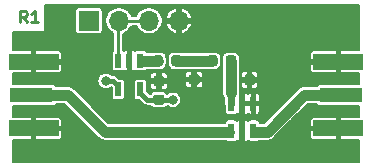
<source format=gtl>
G04 #@! TF.GenerationSoftware,KiCad,Pcbnew,5.1.6-c6e7f7d~86~ubuntu18.04.1*
G04 #@! TF.CreationDate,2020-07-08T19:00:52-04:00*
G04 #@! TF.ProjectId,rf-detector,72662d64-6574-4656-9374-6f722e6b6963,rev?*
G04 #@! TF.SameCoordinates,Original*
G04 #@! TF.FileFunction,Copper,L1,Top*
G04 #@! TF.FilePolarity,Positive*
%FSLAX46Y46*%
G04 Gerber Fmt 4.6, Leading zero omitted, Abs format (unit mm)*
G04 Created by KiCad (PCBNEW 5.1.6-c6e7f7d~86~ubuntu18.04.1) date 2020-07-08 19:00:52*
%MOMM*%
%LPD*%
G01*
G04 APERTURE LIST*
G04 #@! TA.AperFunction,NonConductor*
%ADD10C,0.250000*%
G04 #@! TD*
G04 #@! TA.AperFunction,SMDPad,CuDef*
%ADD11R,0.508000X1.219200*%
G04 #@! TD*
G04 #@! TA.AperFunction,ComponentPad*
%ADD12R,1.700000X1.700000*%
G04 #@! TD*
G04 #@! TA.AperFunction,ComponentPad*
%ADD13O,1.700000X1.700000*%
G04 #@! TD*
G04 #@! TA.AperFunction,SMDPad,CuDef*
%ADD14R,0.508000X1.270000*%
G04 #@! TD*
G04 #@! TA.AperFunction,SMDPad,CuDef*
%ADD15R,4.200000X1.350000*%
G04 #@! TD*
G04 #@! TA.AperFunction,SMDPad,CuDef*
%ADD16R,3.600000X1.270000*%
G04 #@! TD*
G04 #@! TA.AperFunction,ViaPad*
%ADD17C,0.800000*%
G04 #@! TD*
G04 #@! TA.AperFunction,Conductor*
%ADD18C,0.904000*%
G04 #@! TD*
G04 #@! TA.AperFunction,Conductor*
%ADD19C,0.400000*%
G04 #@! TD*
G04 #@! TA.AperFunction,Conductor*
%ADD20C,0.250000*%
G04 #@! TD*
G04 #@! TA.AperFunction,Conductor*
%ADD21C,0.600000*%
G04 #@! TD*
G04 #@! TA.AperFunction,Conductor*
%ADD22C,0.200000*%
G04 #@! TD*
G04 APERTURE END LIST*
D10*
X98533333Y-88852380D02*
X98200000Y-88376190D01*
X97961904Y-88852380D02*
X97961904Y-87852380D01*
X98342857Y-87852380D01*
X98438095Y-87900000D01*
X98485714Y-87947619D01*
X98533333Y-88042857D01*
X98533333Y-88185714D01*
X98485714Y-88280952D01*
X98438095Y-88328571D01*
X98342857Y-88376190D01*
X97961904Y-88376190D01*
X99485714Y-88852380D02*
X98914285Y-88852380D01*
X99200000Y-88852380D02*
X99200000Y-87852380D01*
X99104761Y-87995238D01*
X99009523Y-88090476D01*
X98914285Y-88138095D01*
G04 #@! TO.P,C2,1*
G04 #@! TO.N,GND*
G04 #@! TA.AperFunction,SMDPad,CuDef*
G36*
G01*
X109443750Y-93375000D02*
X109956250Y-93375000D01*
G75*
G02*
X110175000Y-93593750I0J-218750D01*
G01*
X110175000Y-94031250D01*
G75*
G02*
X109956250Y-94250000I-218750J0D01*
G01*
X109443750Y-94250000D01*
G75*
G02*
X109225000Y-94031250I0J218750D01*
G01*
X109225000Y-93593750D01*
G75*
G02*
X109443750Y-93375000I218750J0D01*
G01*
G37*
G04 #@! TD.AperFunction*
G04 #@! TO.P,C2,2*
G04 #@! TO.N,ENABLE*
G04 #@! TA.AperFunction,SMDPad,CuDef*
G36*
G01*
X109443750Y-94950000D02*
X109956250Y-94950000D01*
G75*
G02*
X110175000Y-95168750I0J-218750D01*
G01*
X110175000Y-95606250D01*
G75*
G02*
X109956250Y-95825000I-218750J0D01*
G01*
X109443750Y-95825000D01*
G75*
G02*
X109225000Y-95606250I0J218750D01*
G01*
X109225000Y-95168750D01*
G75*
G02*
X109443750Y-94950000I218750J0D01*
G01*
G37*
G04 #@! TD.AperFunction*
G04 #@! TD*
D11*
G04 #@! TO.P,U2,1*
G04 #@! TO.N,Net-(C1-Pad1)*
X108139800Y-92080800D03*
G04 #@! TO.P,U2,2*
G04 #@! TO.N,GND*
X107200000Y-92080800D03*
G04 #@! TO.P,U2,3*
G04 #@! TO.N,ENABLE*
X106260200Y-92080800D03*
G04 #@! TO.P,U2,4*
G04 #@! TO.N,RF_POW*
X106260200Y-94519200D03*
G04 #@! TO.P,U2,5*
G04 #@! TO.N,ENABLE*
X108139800Y-94519200D03*
G04 #@! TD*
D12*
G04 #@! TO.P,J3,1*
G04 #@! TO.N,RF_POW*
X103780000Y-88710000D03*
D13*
G04 #@! TO.P,J3,2*
G04 #@! TO.N,ENABLE*
X106320000Y-88710000D03*
G04 #@! TO.P,J3,3*
X108860000Y-88710000D03*
G04 #@! TO.P,J3,4*
G04 #@! TO.N,GND*
X111400000Y-88710000D03*
G04 #@! TD*
G04 #@! TO.P,C1,1*
G04 #@! TO.N,Net-(C1-Pad1)*
G04 #@! TA.AperFunction,SMDPad,CuDef*
G36*
G01*
X109175000Y-92356250D02*
X109175000Y-91843750D01*
G75*
G02*
X109393750Y-91625000I218750J0D01*
G01*
X109831250Y-91625000D01*
G75*
G02*
X110050000Y-91843750I0J-218750D01*
G01*
X110050000Y-92356250D01*
G75*
G02*
X109831250Y-92575000I-218750J0D01*
G01*
X109393750Y-92575000D01*
G75*
G02*
X109175000Y-92356250I0J218750D01*
G01*
G37*
G04 #@! TD.AperFunction*
G04 #@! TO.P,C1,2*
G04 #@! TO.N,Net-(C1-Pad2)*
G04 #@! TA.AperFunction,SMDPad,CuDef*
G36*
G01*
X110750000Y-92356250D02*
X110750000Y-91843750D01*
G75*
G02*
X110968750Y-91625000I218750J0D01*
G01*
X111406250Y-91625000D01*
G75*
G02*
X111625000Y-91843750I0J-218750D01*
G01*
X111625000Y-92356250D01*
G75*
G02*
X111406250Y-92575000I-218750J0D01*
G01*
X110968750Y-92575000D01*
G75*
G02*
X110750000Y-92356250I0J218750D01*
G01*
G37*
G04 #@! TD.AperFunction*
G04 #@! TD*
G04 #@! TO.P,R1,1*
G04 #@! TO.N,Net-(R1-Pad1)*
G04 #@! TA.AperFunction,SMDPad,CuDef*
G36*
G01*
X115375000Y-93956250D02*
X115375000Y-93443750D01*
G75*
G02*
X115593750Y-93225000I218750J0D01*
G01*
X116031250Y-93225000D01*
G75*
G02*
X116250000Y-93443750I0J-218750D01*
G01*
X116250000Y-93956250D01*
G75*
G02*
X116031250Y-94175000I-218750J0D01*
G01*
X115593750Y-94175000D01*
G75*
G02*
X115375000Y-93956250I0J218750D01*
G01*
G37*
G04 #@! TD.AperFunction*
G04 #@! TO.P,R1,2*
G04 #@! TO.N,GND*
G04 #@! TA.AperFunction,SMDPad,CuDef*
G36*
G01*
X116950000Y-93956250D02*
X116950000Y-93443750D01*
G75*
G02*
X117168750Y-93225000I218750J0D01*
G01*
X117606250Y-93225000D01*
G75*
G02*
X117825000Y-93443750I0J-218750D01*
G01*
X117825000Y-93956250D01*
G75*
G02*
X117606250Y-94175000I-218750J0D01*
G01*
X117168750Y-94175000D01*
G75*
G02*
X116950000Y-93956250I0J218750D01*
G01*
G37*
G04 #@! TD.AperFunction*
G04 #@! TD*
G04 #@! TO.P,R3,1*
G04 #@! TO.N,Net-(C1-Pad2)*
G04 #@! TA.AperFunction,SMDPad,CuDef*
G36*
G01*
X113795000Y-92356250D02*
X113795000Y-91843750D01*
G75*
G02*
X114013750Y-91625000I218750J0D01*
G01*
X114451250Y-91625000D01*
G75*
G02*
X114670000Y-91843750I0J-218750D01*
G01*
X114670000Y-92356250D01*
G75*
G02*
X114451250Y-92575000I-218750J0D01*
G01*
X114013750Y-92575000D01*
G75*
G02*
X113795000Y-92356250I0J218750D01*
G01*
G37*
G04 #@! TD.AperFunction*
G04 #@! TO.P,R3,2*
G04 #@! TO.N,Net-(R1-Pad1)*
G04 #@! TA.AperFunction,SMDPad,CuDef*
G36*
G01*
X115370000Y-92356250D02*
X115370000Y-91843750D01*
G75*
G02*
X115588750Y-91625000I218750J0D01*
G01*
X116026250Y-91625000D01*
G75*
G02*
X116245000Y-91843750I0J-218750D01*
G01*
X116245000Y-92356250D01*
G75*
G02*
X116026250Y-92575000I-218750J0D01*
G01*
X115588750Y-92575000D01*
G75*
G02*
X115370000Y-92356250I0J218750D01*
G01*
G37*
G04 #@! TD.AperFunction*
G04 #@! TD*
G04 #@! TO.P,R4,2*
G04 #@! TO.N,Net-(C1-Pad2)*
G04 #@! TA.AperFunction,SMDPad,CuDef*
G36*
G01*
X112956250Y-92550000D02*
X112443750Y-92550000D01*
G75*
G02*
X112225000Y-92331250I0J218750D01*
G01*
X112225000Y-91893750D01*
G75*
G02*
X112443750Y-91675000I218750J0D01*
G01*
X112956250Y-91675000D01*
G75*
G02*
X113175000Y-91893750I0J-218750D01*
G01*
X113175000Y-92331250D01*
G75*
G02*
X112956250Y-92550000I-218750J0D01*
G01*
G37*
G04 #@! TD.AperFunction*
G04 #@! TO.P,R4,1*
G04 #@! TO.N,GND*
G04 #@! TA.AperFunction,SMDPad,CuDef*
G36*
G01*
X112956250Y-94125000D02*
X112443750Y-94125000D01*
G75*
G02*
X112225000Y-93906250I0J218750D01*
G01*
X112225000Y-93468750D01*
G75*
G02*
X112443750Y-93250000I218750J0D01*
G01*
X112956250Y-93250000D01*
G75*
G02*
X113175000Y-93468750I0J-218750D01*
G01*
X113175000Y-93906250D01*
G75*
G02*
X112956250Y-94125000I-218750J0D01*
G01*
G37*
G04 #@! TD.AperFunction*
G04 #@! TD*
D14*
G04 #@! TO.P,U1,5*
G04 #@! TO.N,GND*
X116760200Y-98000000D03*
G04 #@! TO.P,U1,4*
G04 #@! TO.N,Net-(J1-Pad1)*
X115820400Y-98000000D03*
G04 #@! TO.P,U1,6*
G04 #@! TO.N,Net-(J2-Pad1)*
X117700000Y-98000000D03*
G04 #@! TO.P,U1,1*
G04 #@! TO.N,GND*
X117700000Y-95714000D03*
G04 #@! TO.P,U1,2*
X116760200Y-95714000D03*
G04 #@! TO.P,U1,3*
G04 #@! TO.N,Net-(R1-Pad1)*
X115820400Y-95714000D03*
G04 #@! TD*
D15*
G04 #@! TO.P,J1,2*
G04 #@! TO.N,GND*
X99100000Y-92175000D03*
X99100000Y-97825000D03*
D16*
G04 #@! TO.P,J1,1*
G04 #@! TO.N,Net-(J1-Pad1)*
X98900000Y-95000000D03*
G04 #@! TD*
G04 #@! TO.P,J2,1*
G04 #@! TO.N,Net-(J2-Pad1)*
X125100000Y-95000000D03*
D15*
G04 #@! TO.P,J2,2*
G04 #@! TO.N,GND*
X124900000Y-92175000D03*
X124900000Y-97825000D03*
G04 #@! TD*
D17*
G04 #@! TO.N,GND*
X116750000Y-96850000D03*
X114950000Y-97000000D03*
X118700000Y-96800000D03*
X118710000Y-93720000D03*
X117370000Y-92330000D03*
X114510000Y-93410000D03*
X114500000Y-94680000D03*
X112730000Y-95000000D03*
X111320000Y-93610000D03*
X99100000Y-90700000D03*
X102000000Y-92100000D03*
X99100000Y-93590000D03*
X99190000Y-96400000D03*
X102300000Y-96800000D03*
X99140000Y-99270000D03*
X124890000Y-90550000D03*
X121930000Y-92090000D03*
X124900000Y-93600000D03*
X124890000Y-96380000D03*
X122100000Y-97800000D03*
X124850000Y-99200000D03*
X123510000Y-96430000D03*
X122100000Y-96400000D03*
X120500000Y-98000000D03*
X119500000Y-99000000D03*
X118330000Y-99200000D03*
X123540000Y-93610000D03*
X122000000Y-93900000D03*
X120800000Y-94700000D03*
X119800000Y-95700000D03*
X116770000Y-99300000D03*
X115200000Y-99200000D03*
X113910000Y-99200000D03*
X112550000Y-99200000D03*
X111160000Y-99200000D03*
X109600000Y-99200000D03*
X108040000Y-99200000D03*
X106430000Y-99200000D03*
X105050000Y-99200000D03*
X104100000Y-98600000D03*
X103200000Y-97700000D03*
X101400000Y-96100000D03*
X101400000Y-93900000D03*
X102600000Y-94100000D03*
X103500000Y-95000000D03*
X104300000Y-95800000D03*
X105200000Y-96700000D03*
X106600000Y-97000000D03*
X108200000Y-97000000D03*
X109740000Y-97000000D03*
X111480000Y-97000000D03*
X113250000Y-97000000D03*
X100570000Y-99280000D03*
X101920000Y-98940000D03*
X100400000Y-90700000D03*
X101600000Y-90900000D03*
X126110000Y-90520000D03*
X122300000Y-90700000D03*
X123590000Y-90550000D03*
X122200000Y-99000000D03*
X123400000Y-99200000D03*
X126100000Y-99200000D03*
X126110000Y-96390000D03*
X126110000Y-93590000D03*
X97870000Y-93620000D03*
X97840000Y-96390000D03*
X97930000Y-99310000D03*
X100290000Y-96360000D03*
X100260000Y-93590000D03*
X97900000Y-90700000D03*
X108160000Y-90760000D03*
X110410000Y-90780000D03*
X111750000Y-90760000D03*
X112990000Y-90760000D03*
X114340000Y-90810000D03*
X115460000Y-90800000D03*
X116710000Y-91040000D03*
X107190000Y-90780000D03*
X107200000Y-93500000D03*
X102000000Y-97800000D03*
X121300000Y-97200000D03*
X126200000Y-87900000D03*
X119500000Y-91100000D03*
X123300000Y-88700000D03*
X119400000Y-88100000D03*
X113900000Y-88200000D03*
X118200000Y-89000000D03*
X101500000Y-87800000D03*
X105000000Y-90700000D03*
X121000000Y-99900000D03*
X103200000Y-99800000D03*
G04 #@! TO.N,RF_POW*
X105200000Y-93800000D03*
G04 #@! TO.N,ENABLE*
X110900000Y-95400000D03*
G04 #@! TD*
D18*
G04 #@! TO.N,Net-(C1-Pad1)*
X109612500Y-92100000D02*
X108400000Y-92100000D01*
G04 #@! TO.N,Net-(C1-Pad2)*
X112712500Y-92100000D02*
X112700000Y-92112500D01*
X114232500Y-92100000D02*
X112712500Y-92100000D01*
X112687500Y-92100000D02*
X112700000Y-92112500D01*
X111187500Y-92100000D02*
X112687500Y-92100000D01*
G04 #@! TO.N,Net-(J1-Pad1)*
X115600000Y-98100000D02*
X105100000Y-98100000D01*
X105100000Y-98100000D02*
X102000000Y-95000000D01*
X102000000Y-95000000D02*
X98900000Y-95000000D01*
G04 #@! TO.N,Net-(J2-Pad1)*
X118900000Y-98100000D02*
X118000000Y-98100000D01*
X122000000Y-95000000D02*
X125100000Y-95000000D01*
X118900000Y-98100000D02*
X122000000Y-95000000D01*
D19*
G04 #@! TO.N,RF_POW*
X105200000Y-93800000D02*
X105800000Y-93800000D01*
X106260200Y-94260200D02*
X106260200Y-94519200D01*
X105800000Y-93800000D02*
X106260200Y-94260200D01*
G04 #@! TO.N,ENABLE*
X108139800Y-94519200D02*
X108139800Y-94819800D01*
X108707500Y-95387500D02*
X109700000Y-95387500D01*
X108139800Y-94819800D02*
X108707500Y-95387500D01*
D20*
X106260200Y-88769800D02*
X106320000Y-88710000D01*
X106260200Y-92080800D02*
X106260200Y-88769800D01*
X106320000Y-88710000D02*
X108860000Y-88710000D01*
D19*
X109712500Y-95400000D02*
X109700000Y-95387500D01*
X110900000Y-95400000D02*
X109712500Y-95400000D01*
D18*
G04 #@! TO.N,Net-(R1-Pad1)*
X115807500Y-93695000D02*
X115812500Y-93700000D01*
X115807500Y-92100000D02*
X115807500Y-93695000D01*
D21*
X115820400Y-95714000D02*
X115820400Y-94820400D01*
D18*
X115820400Y-93707900D02*
X115812500Y-93700000D01*
X115820400Y-94820400D02*
X115820400Y-93707900D01*
G04 #@! TD*
D22*
G04 #@! TO.N,GND*
G36*
X126650000Y-91198820D02*
G01*
X125129000Y-91200000D01*
X125054000Y-91275000D01*
X125054000Y-92021000D01*
X125074000Y-92021000D01*
X125074000Y-92329000D01*
X125054000Y-92329000D01*
X125054000Y-93075000D01*
X125129000Y-93150000D01*
X126650000Y-93151180D01*
X126650001Y-94063549D01*
X123300000Y-94063549D01*
X123241190Y-94069341D01*
X123184640Y-94086496D01*
X123132523Y-94114353D01*
X123086842Y-94151842D01*
X123049353Y-94197523D01*
X123022373Y-94248000D01*
X122036935Y-94248000D01*
X121999999Y-94244362D01*
X121963064Y-94248000D01*
X121963062Y-94248000D01*
X121852582Y-94258881D01*
X121717034Y-94300000D01*
X121710830Y-94301882D01*
X121580189Y-94371710D01*
X121514466Y-94425648D01*
X121465683Y-94465683D01*
X121442137Y-94494374D01*
X118588512Y-97348000D01*
X118253777Y-97348000D01*
X118249659Y-97306190D01*
X118232504Y-97249640D01*
X118204647Y-97197523D01*
X118167158Y-97151842D01*
X118121477Y-97114353D01*
X118069360Y-97086496D01*
X118012810Y-97069341D01*
X117954000Y-97063549D01*
X117446000Y-97063549D01*
X117387190Y-97069341D01*
X117330640Y-97086496D01*
X117278523Y-97114353D01*
X117232842Y-97151842D01*
X117230101Y-97155182D01*
X117227359Y-97151841D01*
X117181678Y-97114352D01*
X117129561Y-97086495D01*
X117073010Y-97069340D01*
X117014200Y-97063548D01*
X116989200Y-97065000D01*
X116914200Y-97140000D01*
X116914200Y-97846000D01*
X116934200Y-97846000D01*
X116934200Y-98154000D01*
X116914200Y-98154000D01*
X116914200Y-98860000D01*
X116989200Y-98935000D01*
X117014200Y-98936452D01*
X117073010Y-98930660D01*
X117129561Y-98913505D01*
X117181678Y-98885648D01*
X117227359Y-98848159D01*
X117230101Y-98844818D01*
X117232842Y-98848158D01*
X117278523Y-98885647D01*
X117330640Y-98913504D01*
X117387190Y-98930659D01*
X117446000Y-98936451D01*
X117954000Y-98936451D01*
X118012810Y-98930659D01*
X118069360Y-98913504D01*
X118121477Y-98885647D01*
X118162476Y-98852000D01*
X118863065Y-98852000D01*
X118900000Y-98855638D01*
X118936935Y-98852000D01*
X118936938Y-98852000D01*
X119047418Y-98841119D01*
X119189170Y-98798118D01*
X119319810Y-98728290D01*
X119434317Y-98634317D01*
X119457867Y-98605621D01*
X119563488Y-98500000D01*
X122498548Y-98500000D01*
X122504340Y-98558810D01*
X122521495Y-98615361D01*
X122549352Y-98667478D01*
X122586841Y-98713159D01*
X122632522Y-98750648D01*
X122684639Y-98778505D01*
X122741190Y-98795660D01*
X122800000Y-98801452D01*
X124671000Y-98800000D01*
X124746000Y-98725000D01*
X124746000Y-97979000D01*
X122575000Y-97979000D01*
X122500000Y-98054000D01*
X122498548Y-98500000D01*
X119563488Y-98500000D01*
X120913488Y-97150000D01*
X122498548Y-97150000D01*
X122500000Y-97596000D01*
X122575000Y-97671000D01*
X124746000Y-97671000D01*
X124746000Y-96925000D01*
X124671000Y-96850000D01*
X122800000Y-96848548D01*
X122741190Y-96854340D01*
X122684639Y-96871495D01*
X122632522Y-96899352D01*
X122586841Y-96936841D01*
X122549352Y-96982522D01*
X122521495Y-97034639D01*
X122504340Y-97091190D01*
X122498548Y-97150000D01*
X120913488Y-97150000D01*
X122311489Y-95752000D01*
X123022373Y-95752000D01*
X123049353Y-95802477D01*
X123086842Y-95848158D01*
X123132523Y-95885647D01*
X123184640Y-95913504D01*
X123241190Y-95930659D01*
X123300000Y-95936451D01*
X126650001Y-95936451D01*
X126650001Y-96848820D01*
X125129000Y-96850000D01*
X125054000Y-96925000D01*
X125054000Y-97671000D01*
X125074000Y-97671000D01*
X125074000Y-97979000D01*
X125054000Y-97979000D01*
X125054000Y-98725000D01*
X125129000Y-98800000D01*
X126650001Y-98801180D01*
X126650001Y-100650000D01*
X97350000Y-100650000D01*
X97350000Y-98801180D01*
X98871000Y-98800000D01*
X98946000Y-98725000D01*
X98946000Y-97979000D01*
X99254000Y-97979000D01*
X99254000Y-98725000D01*
X99329000Y-98800000D01*
X101200000Y-98801452D01*
X101258810Y-98795660D01*
X101315361Y-98778505D01*
X101367478Y-98750648D01*
X101413159Y-98713159D01*
X101450648Y-98667478D01*
X101478505Y-98615361D01*
X101495660Y-98558810D01*
X101501452Y-98500000D01*
X101500000Y-98054000D01*
X101425000Y-97979000D01*
X99254000Y-97979000D01*
X98946000Y-97979000D01*
X98926000Y-97979000D01*
X98926000Y-97671000D01*
X98946000Y-97671000D01*
X98946000Y-96925000D01*
X99254000Y-96925000D01*
X99254000Y-97671000D01*
X101425000Y-97671000D01*
X101500000Y-97596000D01*
X101501452Y-97150000D01*
X101495660Y-97091190D01*
X101478505Y-97034639D01*
X101450648Y-96982522D01*
X101413159Y-96936841D01*
X101367478Y-96899352D01*
X101315361Y-96871495D01*
X101258810Y-96854340D01*
X101200000Y-96848548D01*
X99329000Y-96850000D01*
X99254000Y-96925000D01*
X98946000Y-96925000D01*
X98871000Y-96850000D01*
X97350000Y-96848820D01*
X97350000Y-95936451D01*
X100700000Y-95936451D01*
X100758810Y-95930659D01*
X100815360Y-95913504D01*
X100867477Y-95885647D01*
X100913158Y-95848158D01*
X100950647Y-95802477D01*
X100977627Y-95752000D01*
X101688512Y-95752000D01*
X104542137Y-98605626D01*
X104565683Y-98634317D01*
X104594374Y-98657863D01*
X104680189Y-98728290D01*
X104721480Y-98750360D01*
X104810830Y-98798118D01*
X104952582Y-98841119D01*
X105063062Y-98852000D01*
X105063064Y-98852000D01*
X105099999Y-98855638D01*
X105136935Y-98852000D01*
X115357924Y-98852000D01*
X115398923Y-98885647D01*
X115451040Y-98913504D01*
X115507590Y-98930659D01*
X115566400Y-98936451D01*
X116074400Y-98936451D01*
X116133210Y-98930659D01*
X116189760Y-98913504D01*
X116241877Y-98885647D01*
X116287558Y-98848158D01*
X116290299Y-98844818D01*
X116293041Y-98848159D01*
X116338722Y-98885648D01*
X116390839Y-98913505D01*
X116447390Y-98930660D01*
X116506200Y-98936452D01*
X116531200Y-98935000D01*
X116606200Y-98860000D01*
X116606200Y-98154000D01*
X116586200Y-98154000D01*
X116586200Y-97846000D01*
X116606200Y-97846000D01*
X116606200Y-97140000D01*
X116531200Y-97065000D01*
X116506200Y-97063548D01*
X116447390Y-97069340D01*
X116390839Y-97086495D01*
X116338722Y-97114352D01*
X116293041Y-97151841D01*
X116290299Y-97155182D01*
X116287558Y-97151842D01*
X116241877Y-97114353D01*
X116189760Y-97086496D01*
X116133210Y-97069341D01*
X116074400Y-97063549D01*
X115566400Y-97063549D01*
X115507590Y-97069341D01*
X115451040Y-97086496D01*
X115398923Y-97114353D01*
X115353242Y-97151842D01*
X115315753Y-97197523D01*
X115287896Y-97249640D01*
X115270741Y-97306190D01*
X115266623Y-97348000D01*
X105411489Y-97348000D01*
X102557867Y-94494379D01*
X102534317Y-94465683D01*
X102419810Y-94371710D01*
X102289170Y-94301882D01*
X102147418Y-94258881D01*
X102036938Y-94248000D01*
X102036935Y-94248000D01*
X102000000Y-94244362D01*
X101963065Y-94248000D01*
X100977627Y-94248000D01*
X100950647Y-94197523D01*
X100913158Y-94151842D01*
X100867477Y-94114353D01*
X100815360Y-94086496D01*
X100758810Y-94069341D01*
X100700000Y-94063549D01*
X97350000Y-94063549D01*
X97350000Y-93731056D01*
X104500000Y-93731056D01*
X104500000Y-93868944D01*
X104526901Y-94004182D01*
X104579668Y-94131574D01*
X104656274Y-94246224D01*
X104753776Y-94343726D01*
X104868426Y-94420332D01*
X104995818Y-94473099D01*
X105131056Y-94500000D01*
X105268944Y-94500000D01*
X105404182Y-94473099D01*
X105531574Y-94420332D01*
X105640467Y-94347573D01*
X105704749Y-94411855D01*
X105704749Y-95128800D01*
X105710541Y-95187610D01*
X105727696Y-95244160D01*
X105755553Y-95296277D01*
X105793042Y-95341958D01*
X105838723Y-95379447D01*
X105890840Y-95407304D01*
X105947390Y-95424459D01*
X106006200Y-95430251D01*
X106514200Y-95430251D01*
X106573010Y-95424459D01*
X106629560Y-95407304D01*
X106681677Y-95379447D01*
X106727358Y-95341958D01*
X106764847Y-95296277D01*
X106792704Y-95244160D01*
X106809859Y-95187610D01*
X106815651Y-95128800D01*
X106815651Y-93909600D01*
X107584349Y-93909600D01*
X107584349Y-95128800D01*
X107590141Y-95187610D01*
X107607296Y-95244160D01*
X107635153Y-95296277D01*
X107672642Y-95341958D01*
X107718323Y-95379447D01*
X107770440Y-95407304D01*
X107826990Y-95424459D01*
X107885800Y-95430251D01*
X108043146Y-95430251D01*
X108336575Y-95723681D01*
X108352236Y-95742764D01*
X108428371Y-95805246D01*
X108515233Y-95851675D01*
X108556441Y-95864175D01*
X108609482Y-95880265D01*
X108707499Y-95889919D01*
X108732059Y-95887500D01*
X109007072Y-95887500D01*
X109011219Y-95895258D01*
X109075912Y-95974088D01*
X109154742Y-96038781D01*
X109244678Y-96086853D01*
X109342264Y-96116455D01*
X109443750Y-96126451D01*
X109956250Y-96126451D01*
X110057736Y-96116455D01*
X110155322Y-96086853D01*
X110245258Y-96038781D01*
X110324088Y-95974088D01*
X110384889Y-95900000D01*
X110410050Y-95900000D01*
X110453776Y-95943726D01*
X110568426Y-96020332D01*
X110695818Y-96073099D01*
X110831056Y-96100000D01*
X110968944Y-96100000D01*
X111104182Y-96073099D01*
X111231574Y-96020332D01*
X111346224Y-95943726D01*
X111443726Y-95846224D01*
X111520332Y-95731574D01*
X111573099Y-95604182D01*
X111600000Y-95468944D01*
X111600000Y-95331056D01*
X111573099Y-95195818D01*
X111520332Y-95068426D01*
X111443726Y-94953776D01*
X111346224Y-94856274D01*
X111231574Y-94779668D01*
X111104182Y-94726901D01*
X110968944Y-94700000D01*
X110831056Y-94700000D01*
X110695818Y-94726901D01*
X110568426Y-94779668D01*
X110453776Y-94856274D01*
X110410050Y-94900000D01*
X110399609Y-94900000D01*
X110388781Y-94879742D01*
X110324088Y-94800912D01*
X110245258Y-94736219D01*
X110155322Y-94688147D01*
X110057736Y-94658545D01*
X109956250Y-94648549D01*
X109443750Y-94648549D01*
X109342264Y-94658545D01*
X109244678Y-94688147D01*
X109154742Y-94736219D01*
X109075912Y-94800912D01*
X109011219Y-94879742D01*
X109007072Y-94887500D01*
X108914606Y-94887500D01*
X108695251Y-94668146D01*
X108695251Y-94250000D01*
X108923548Y-94250000D01*
X108929340Y-94308810D01*
X108946495Y-94365361D01*
X108974352Y-94417478D01*
X109011841Y-94463159D01*
X109057522Y-94500648D01*
X109109639Y-94528505D01*
X109166190Y-94545660D01*
X109225000Y-94551452D01*
X109471000Y-94550000D01*
X109546000Y-94475000D01*
X109546000Y-93966500D01*
X109854000Y-93966500D01*
X109854000Y-94475000D01*
X109929000Y-94550000D01*
X110175000Y-94551452D01*
X110233810Y-94545660D01*
X110290361Y-94528505D01*
X110342478Y-94500648D01*
X110388159Y-94463159D01*
X110425648Y-94417478D01*
X110453505Y-94365361D01*
X110470660Y-94308810D01*
X110476452Y-94250000D01*
X110475582Y-94125000D01*
X111923548Y-94125000D01*
X111929340Y-94183810D01*
X111946495Y-94240361D01*
X111974352Y-94292478D01*
X112011841Y-94338159D01*
X112057522Y-94375648D01*
X112109639Y-94403505D01*
X112166190Y-94420660D01*
X112225000Y-94426452D01*
X112471000Y-94425000D01*
X112546000Y-94350000D01*
X112546000Y-93841500D01*
X112854000Y-93841500D01*
X112854000Y-94350000D01*
X112929000Y-94425000D01*
X113175000Y-94426452D01*
X113233810Y-94420660D01*
X113290361Y-94403505D01*
X113342478Y-94375648D01*
X113388159Y-94338159D01*
X113425648Y-94292478D01*
X113453505Y-94240361D01*
X113470660Y-94183810D01*
X113476452Y-94125000D01*
X113475000Y-93916500D01*
X113400000Y-93841500D01*
X112854000Y-93841500D01*
X112546000Y-93841500D01*
X112000000Y-93841500D01*
X111925000Y-93916500D01*
X111923548Y-94125000D01*
X110475582Y-94125000D01*
X110475000Y-94041500D01*
X110400000Y-93966500D01*
X109854000Y-93966500D01*
X109546000Y-93966500D01*
X109000000Y-93966500D01*
X108925000Y-94041500D01*
X108923548Y-94250000D01*
X108695251Y-94250000D01*
X108695251Y-93909600D01*
X108689459Y-93850790D01*
X108672304Y-93794240D01*
X108644447Y-93742123D01*
X108606958Y-93696442D01*
X108605201Y-93695000D01*
X115051862Y-93695000D01*
X115058046Y-93757781D01*
X115066382Y-93842418D01*
X115068401Y-93849073D01*
X115068400Y-94857337D01*
X115079281Y-94967817D01*
X115122282Y-95109569D01*
X115192110Y-95240209D01*
X115220400Y-95274681D01*
X115220400Y-95743473D01*
X115229082Y-95831620D01*
X115263390Y-95944720D01*
X115264949Y-95947637D01*
X115264949Y-96349000D01*
X115270741Y-96407810D01*
X115287896Y-96464360D01*
X115315753Y-96516477D01*
X115353242Y-96562158D01*
X115398923Y-96599647D01*
X115451040Y-96627504D01*
X115507590Y-96644659D01*
X115566400Y-96650451D01*
X116074400Y-96650451D01*
X116133210Y-96644659D01*
X116189760Y-96627504D01*
X116241877Y-96599647D01*
X116287558Y-96562158D01*
X116290299Y-96558818D01*
X116293041Y-96562159D01*
X116338722Y-96599648D01*
X116390839Y-96627505D01*
X116447390Y-96644660D01*
X116506200Y-96650452D01*
X116531200Y-96649000D01*
X116606200Y-96574000D01*
X116606200Y-95868000D01*
X116914200Y-95868000D01*
X116914200Y-96574000D01*
X116989200Y-96649000D01*
X117014200Y-96650452D01*
X117073010Y-96644660D01*
X117129561Y-96627505D01*
X117181678Y-96599648D01*
X117227359Y-96562159D01*
X117230100Y-96558819D01*
X117232841Y-96562159D01*
X117278522Y-96599648D01*
X117330639Y-96627505D01*
X117387190Y-96644660D01*
X117446000Y-96650452D01*
X117471000Y-96649000D01*
X117546000Y-96574000D01*
X117546000Y-95868000D01*
X117854000Y-95868000D01*
X117854000Y-96574000D01*
X117929000Y-96649000D01*
X117954000Y-96650452D01*
X118012810Y-96644660D01*
X118069361Y-96627505D01*
X118121478Y-96599648D01*
X118167159Y-96562159D01*
X118204648Y-96516478D01*
X118232505Y-96464361D01*
X118249660Y-96407810D01*
X118255452Y-96349000D01*
X118254000Y-95943000D01*
X118179000Y-95868000D01*
X117854000Y-95868000D01*
X117546000Y-95868000D01*
X116914200Y-95868000D01*
X116606200Y-95868000D01*
X116586200Y-95868000D01*
X116586200Y-95560000D01*
X116606200Y-95560000D01*
X116606200Y-94854000D01*
X116914200Y-94854000D01*
X116914200Y-95560000D01*
X117546000Y-95560000D01*
X117546000Y-94854000D01*
X117854000Y-94854000D01*
X117854000Y-95560000D01*
X118179000Y-95560000D01*
X118254000Y-95485000D01*
X118255452Y-95079000D01*
X118249660Y-95020190D01*
X118232505Y-94963639D01*
X118204648Y-94911522D01*
X118167159Y-94865841D01*
X118121478Y-94828352D01*
X118069361Y-94800495D01*
X118012810Y-94783340D01*
X117954000Y-94777548D01*
X117929000Y-94779000D01*
X117854000Y-94854000D01*
X117546000Y-94854000D01*
X117471000Y-94779000D01*
X117446000Y-94777548D01*
X117387190Y-94783340D01*
X117330639Y-94800495D01*
X117278522Y-94828352D01*
X117232841Y-94865841D01*
X117230100Y-94869181D01*
X117227359Y-94865841D01*
X117181678Y-94828352D01*
X117129561Y-94800495D01*
X117073010Y-94783340D01*
X117014200Y-94777548D01*
X116989200Y-94779000D01*
X116914200Y-94854000D01*
X116606200Y-94854000D01*
X116572400Y-94820200D01*
X116572400Y-94175000D01*
X116648548Y-94175000D01*
X116654340Y-94233810D01*
X116671495Y-94290361D01*
X116699352Y-94342478D01*
X116736841Y-94388159D01*
X116782522Y-94425648D01*
X116834639Y-94453505D01*
X116891190Y-94470660D01*
X116950000Y-94476452D01*
X117158500Y-94475000D01*
X117233500Y-94400000D01*
X117233500Y-93854000D01*
X117541500Y-93854000D01*
X117541500Y-94400000D01*
X117616500Y-94475000D01*
X117825000Y-94476452D01*
X117883810Y-94470660D01*
X117940361Y-94453505D01*
X117992478Y-94425648D01*
X118038159Y-94388159D01*
X118075648Y-94342478D01*
X118103505Y-94290361D01*
X118120660Y-94233810D01*
X118126452Y-94175000D01*
X118125000Y-93929000D01*
X118050000Y-93854000D01*
X117541500Y-93854000D01*
X117233500Y-93854000D01*
X116725000Y-93854000D01*
X116650000Y-93929000D01*
X116648548Y-94175000D01*
X116572400Y-94175000D01*
X116572400Y-93744835D01*
X116576038Y-93707899D01*
X116571217Y-93658953D01*
X116561519Y-93560482D01*
X116559500Y-93553826D01*
X116559500Y-93225000D01*
X116648548Y-93225000D01*
X116650000Y-93471000D01*
X116725000Y-93546000D01*
X117233500Y-93546000D01*
X117233500Y-93000000D01*
X117541500Y-93000000D01*
X117541500Y-93546000D01*
X118050000Y-93546000D01*
X118125000Y-93471000D01*
X118126452Y-93225000D01*
X118120660Y-93166190D01*
X118103505Y-93109639D01*
X118075648Y-93057522D01*
X118038159Y-93011841D01*
X117992478Y-92974352D01*
X117940361Y-92946495D01*
X117883810Y-92929340D01*
X117825000Y-92923548D01*
X117616500Y-92925000D01*
X117541500Y-93000000D01*
X117233500Y-93000000D01*
X117158500Y-92925000D01*
X116950000Y-92923548D01*
X116891190Y-92929340D01*
X116834639Y-92946495D01*
X116782522Y-92974352D01*
X116736841Y-93011841D01*
X116699352Y-93057522D01*
X116671495Y-93109639D01*
X116654340Y-93166190D01*
X116648548Y-93225000D01*
X116559500Y-93225000D01*
X116559500Y-92850000D01*
X122498548Y-92850000D01*
X122504340Y-92908810D01*
X122521495Y-92965361D01*
X122549352Y-93017478D01*
X122586841Y-93063159D01*
X122632522Y-93100648D01*
X122684639Y-93128505D01*
X122741190Y-93145660D01*
X122800000Y-93151452D01*
X124671000Y-93150000D01*
X124746000Y-93075000D01*
X124746000Y-92329000D01*
X122575000Y-92329000D01*
X122500000Y-92404000D01*
X122498548Y-92850000D01*
X116559500Y-92850000D01*
X116559500Y-92063062D01*
X116548619Y-91952582D01*
X116546451Y-91945435D01*
X116546451Y-91843750D01*
X116536455Y-91742264D01*
X116506853Y-91644678D01*
X116458781Y-91554742D01*
X116413857Y-91500000D01*
X122498548Y-91500000D01*
X122500000Y-91946000D01*
X122575000Y-92021000D01*
X124746000Y-92021000D01*
X124746000Y-91275000D01*
X124671000Y-91200000D01*
X122800000Y-91198548D01*
X122741190Y-91204340D01*
X122684639Y-91221495D01*
X122632522Y-91249352D01*
X122586841Y-91286841D01*
X122549352Y-91332522D01*
X122521495Y-91384639D01*
X122504340Y-91441190D01*
X122498548Y-91500000D01*
X116413857Y-91500000D01*
X116394088Y-91475912D01*
X116315258Y-91411219D01*
X116225322Y-91363147D01*
X116127736Y-91333545D01*
X116026250Y-91323549D01*
X115588750Y-91323549D01*
X115487264Y-91333545D01*
X115389678Y-91363147D01*
X115299742Y-91411219D01*
X115220912Y-91475912D01*
X115156219Y-91554742D01*
X115108147Y-91644678D01*
X115078545Y-91742264D01*
X115068549Y-91843750D01*
X115068549Y-91945436D01*
X115066381Y-91952583D01*
X115055500Y-92063063D01*
X115055501Y-93658055D01*
X115051862Y-93695000D01*
X108605201Y-93695000D01*
X108561277Y-93658953D01*
X108509160Y-93631096D01*
X108452610Y-93613941D01*
X108393800Y-93608149D01*
X107885800Y-93608149D01*
X107826990Y-93613941D01*
X107770440Y-93631096D01*
X107718323Y-93658953D01*
X107672642Y-93696442D01*
X107635153Y-93742123D01*
X107607296Y-93794240D01*
X107590141Y-93850790D01*
X107584349Y-93909600D01*
X106815651Y-93909600D01*
X106809859Y-93850790D01*
X106792704Y-93794240D01*
X106764847Y-93742123D01*
X106727358Y-93696442D01*
X106681677Y-93658953D01*
X106629560Y-93631096D01*
X106573010Y-93613941D01*
X106514200Y-93608149D01*
X106315254Y-93608149D01*
X106170929Y-93463824D01*
X106155264Y-93444736D01*
X106079129Y-93382254D01*
X106065558Y-93375000D01*
X108923548Y-93375000D01*
X108925000Y-93583500D01*
X109000000Y-93658500D01*
X109546000Y-93658500D01*
X109546000Y-93150000D01*
X109854000Y-93150000D01*
X109854000Y-93658500D01*
X110400000Y-93658500D01*
X110475000Y-93583500D01*
X110476452Y-93375000D01*
X110470660Y-93316190D01*
X110453505Y-93259639D01*
X110448353Y-93250000D01*
X111923548Y-93250000D01*
X111925000Y-93458500D01*
X112000000Y-93533500D01*
X112546000Y-93533500D01*
X112546000Y-93025000D01*
X112854000Y-93025000D01*
X112854000Y-93533500D01*
X113400000Y-93533500D01*
X113475000Y-93458500D01*
X113476452Y-93250000D01*
X113470660Y-93191190D01*
X113453505Y-93134639D01*
X113425648Y-93082522D01*
X113388159Y-93036841D01*
X113342478Y-92999352D01*
X113290361Y-92971495D01*
X113233810Y-92954340D01*
X113175000Y-92948548D01*
X112929000Y-92950000D01*
X112854000Y-93025000D01*
X112546000Y-93025000D01*
X112471000Y-92950000D01*
X112225000Y-92948548D01*
X112166190Y-92954340D01*
X112109639Y-92971495D01*
X112057522Y-92999352D01*
X112011841Y-93036841D01*
X111974352Y-93082522D01*
X111946495Y-93134639D01*
X111929340Y-93191190D01*
X111923548Y-93250000D01*
X110448353Y-93250000D01*
X110425648Y-93207522D01*
X110388159Y-93161841D01*
X110342478Y-93124352D01*
X110290361Y-93096495D01*
X110233810Y-93079340D01*
X110175000Y-93073548D01*
X109929000Y-93075000D01*
X109854000Y-93150000D01*
X109546000Y-93150000D01*
X109471000Y-93075000D01*
X109225000Y-93073548D01*
X109166190Y-93079340D01*
X109109639Y-93096495D01*
X109057522Y-93124352D01*
X109011841Y-93161841D01*
X108974352Y-93207522D01*
X108946495Y-93259639D01*
X108929340Y-93316190D01*
X108923548Y-93375000D01*
X106065558Y-93375000D01*
X105992267Y-93335825D01*
X105898017Y-93307235D01*
X105824560Y-93300000D01*
X105800000Y-93297581D01*
X105775440Y-93300000D01*
X105689950Y-93300000D01*
X105646224Y-93256274D01*
X105531574Y-93179668D01*
X105404182Y-93126901D01*
X105268944Y-93100000D01*
X105131056Y-93100000D01*
X104995818Y-93126901D01*
X104868426Y-93179668D01*
X104753776Y-93256274D01*
X104656274Y-93353776D01*
X104579668Y-93468426D01*
X104526901Y-93595818D01*
X104500000Y-93731056D01*
X97350000Y-93731056D01*
X97350000Y-93151180D01*
X98871000Y-93150000D01*
X98946000Y-93075000D01*
X98946000Y-92329000D01*
X99254000Y-92329000D01*
X99254000Y-93075000D01*
X99329000Y-93150000D01*
X101200000Y-93151452D01*
X101258810Y-93145660D01*
X101315361Y-93128505D01*
X101367478Y-93100648D01*
X101413159Y-93063159D01*
X101450648Y-93017478D01*
X101478505Y-92965361D01*
X101495660Y-92908810D01*
X101501452Y-92850000D01*
X101500000Y-92404000D01*
X101425000Y-92329000D01*
X99254000Y-92329000D01*
X98946000Y-92329000D01*
X98926000Y-92329000D01*
X98926000Y-92021000D01*
X98946000Y-92021000D01*
X98946000Y-91275000D01*
X99254000Y-91275000D01*
X99254000Y-92021000D01*
X101425000Y-92021000D01*
X101500000Y-91946000D01*
X101501452Y-91500000D01*
X101495660Y-91441190D01*
X101478505Y-91384639D01*
X101450648Y-91332522D01*
X101413159Y-91286841D01*
X101367478Y-91249352D01*
X101315361Y-91221495D01*
X101258810Y-91204340D01*
X101200000Y-91198548D01*
X99329000Y-91200000D01*
X99254000Y-91275000D01*
X98946000Y-91275000D01*
X98871000Y-91200000D01*
X97350000Y-91198820D01*
X97350000Y-89667500D01*
X100101191Y-89667500D01*
X100101191Y-87860000D01*
X102628549Y-87860000D01*
X102628549Y-89560000D01*
X102634341Y-89618810D01*
X102651496Y-89675360D01*
X102679353Y-89727477D01*
X102716842Y-89773158D01*
X102762523Y-89810647D01*
X102814640Y-89838504D01*
X102871190Y-89855659D01*
X102930000Y-89861451D01*
X104630000Y-89861451D01*
X104688810Y-89855659D01*
X104745360Y-89838504D01*
X104797477Y-89810647D01*
X104843158Y-89773158D01*
X104880647Y-89727477D01*
X104908504Y-89675360D01*
X104925659Y-89618810D01*
X104931451Y-89560000D01*
X104931451Y-88596735D01*
X105170000Y-88596735D01*
X105170000Y-88823265D01*
X105214194Y-89045443D01*
X105300884Y-89254729D01*
X105426737Y-89443082D01*
X105586918Y-89603263D01*
X105775271Y-89729116D01*
X105835201Y-89753940D01*
X105835200Y-91223444D01*
X105793042Y-91258042D01*
X105755553Y-91303723D01*
X105727696Y-91355840D01*
X105710541Y-91412390D01*
X105704749Y-91471200D01*
X105704749Y-92690400D01*
X105710541Y-92749210D01*
X105727696Y-92805760D01*
X105755553Y-92857877D01*
X105793042Y-92903558D01*
X105838723Y-92941047D01*
X105890840Y-92968904D01*
X105947390Y-92986059D01*
X106006200Y-92991851D01*
X106514200Y-92991851D01*
X106573010Y-92986059D01*
X106629560Y-92968904D01*
X106681677Y-92941047D01*
X106727358Y-92903558D01*
X106730099Y-92900218D01*
X106732841Y-92903559D01*
X106778522Y-92941048D01*
X106830639Y-92968905D01*
X106887190Y-92986060D01*
X106946000Y-92991852D01*
X106971000Y-92990400D01*
X107046000Y-92915400D01*
X107046000Y-92234800D01*
X107026000Y-92234800D01*
X107026000Y-91926800D01*
X107046000Y-91926800D01*
X107046000Y-91246200D01*
X107354000Y-91246200D01*
X107354000Y-91926800D01*
X107374000Y-91926800D01*
X107374000Y-92234800D01*
X107354000Y-92234800D01*
X107354000Y-92915400D01*
X107429000Y-92990400D01*
X107454000Y-92991852D01*
X107512810Y-92986060D01*
X107569361Y-92968905D01*
X107621478Y-92941048D01*
X107667159Y-92903559D01*
X107669901Y-92900218D01*
X107672642Y-92903558D01*
X107718323Y-92941047D01*
X107770440Y-92968904D01*
X107826990Y-92986059D01*
X107885800Y-92991851D01*
X108393800Y-92991851D01*
X108452610Y-92986059D01*
X108509160Y-92968904D01*
X108561277Y-92941047D01*
X108606958Y-92903558D01*
X108644447Y-92857877D01*
X108647588Y-92852000D01*
X109244612Y-92852000D01*
X109292264Y-92866455D01*
X109393750Y-92876451D01*
X109831250Y-92876451D01*
X109932736Y-92866455D01*
X110030322Y-92836853D01*
X110120258Y-92788781D01*
X110199088Y-92724088D01*
X110263781Y-92645258D01*
X110311853Y-92555322D01*
X110341455Y-92457736D01*
X110351451Y-92356250D01*
X110351451Y-92254565D01*
X110353619Y-92247418D01*
X110368138Y-92100000D01*
X110431862Y-92100000D01*
X110446381Y-92247418D01*
X110448549Y-92254565D01*
X110448549Y-92356250D01*
X110458545Y-92457736D01*
X110488147Y-92555322D01*
X110536219Y-92645258D01*
X110600912Y-92724088D01*
X110679742Y-92788781D01*
X110769678Y-92836853D01*
X110867264Y-92866455D01*
X110968750Y-92876451D01*
X111406250Y-92876451D01*
X111507736Y-92866455D01*
X111555388Y-92852000D01*
X112547249Y-92852000D01*
X112552583Y-92853618D01*
X112700000Y-92868138D01*
X112847417Y-92853618D01*
X112852751Y-92852000D01*
X113864612Y-92852000D01*
X113912264Y-92866455D01*
X114013750Y-92876451D01*
X114451250Y-92876451D01*
X114552736Y-92866455D01*
X114650322Y-92836853D01*
X114740258Y-92788781D01*
X114819088Y-92724088D01*
X114883781Y-92645258D01*
X114931853Y-92555322D01*
X114961455Y-92457736D01*
X114971451Y-92356250D01*
X114971451Y-92254565D01*
X114973619Y-92247418D01*
X114988138Y-92100000D01*
X114973619Y-91952582D01*
X114971451Y-91945435D01*
X114971451Y-91843750D01*
X114961455Y-91742264D01*
X114931853Y-91644678D01*
X114883781Y-91554742D01*
X114819088Y-91475912D01*
X114740258Y-91411219D01*
X114650322Y-91363147D01*
X114552736Y-91333545D01*
X114451250Y-91323549D01*
X114013750Y-91323549D01*
X113912264Y-91333545D01*
X113864612Y-91348000D01*
X112749435Y-91348000D01*
X112712500Y-91344362D01*
X112700000Y-91345593D01*
X112687500Y-91344362D01*
X112650565Y-91348000D01*
X111555388Y-91348000D01*
X111507736Y-91333545D01*
X111406250Y-91323549D01*
X110968750Y-91323549D01*
X110867264Y-91333545D01*
X110769678Y-91363147D01*
X110679742Y-91411219D01*
X110600912Y-91475912D01*
X110536219Y-91554742D01*
X110488147Y-91644678D01*
X110458545Y-91742264D01*
X110448549Y-91843750D01*
X110448549Y-91945435D01*
X110446381Y-91952582D01*
X110431862Y-92100000D01*
X110368138Y-92100000D01*
X110353619Y-91952582D01*
X110351451Y-91945435D01*
X110351451Y-91843750D01*
X110341455Y-91742264D01*
X110311853Y-91644678D01*
X110263781Y-91554742D01*
X110199088Y-91475912D01*
X110120258Y-91411219D01*
X110030322Y-91363147D01*
X109932736Y-91333545D01*
X109831250Y-91323549D01*
X109393750Y-91323549D01*
X109292264Y-91333545D01*
X109244612Y-91348000D01*
X108668113Y-91348000D01*
X108644447Y-91303723D01*
X108606958Y-91258042D01*
X108561277Y-91220553D01*
X108509160Y-91192696D01*
X108452610Y-91175541D01*
X108393800Y-91169749D01*
X107885800Y-91169749D01*
X107826990Y-91175541D01*
X107770440Y-91192696D01*
X107718323Y-91220553D01*
X107672642Y-91258042D01*
X107669901Y-91261382D01*
X107667159Y-91258041D01*
X107621478Y-91220552D01*
X107569361Y-91192695D01*
X107512810Y-91175540D01*
X107454000Y-91169748D01*
X107429000Y-91171200D01*
X107354000Y-91246200D01*
X107046000Y-91246200D01*
X106971000Y-91171200D01*
X106946000Y-91169748D01*
X106887190Y-91175540D01*
X106830639Y-91192695D01*
X106778522Y-91220552D01*
X106732841Y-91258041D01*
X106730099Y-91261382D01*
X106727358Y-91258042D01*
X106685200Y-91223444D01*
X106685200Y-89803480D01*
X106864729Y-89729116D01*
X107053082Y-89603263D01*
X107213263Y-89443082D01*
X107339116Y-89254729D01*
X107388710Y-89135000D01*
X107791290Y-89135000D01*
X107840884Y-89254729D01*
X107966737Y-89443082D01*
X108126918Y-89603263D01*
X108315271Y-89729116D01*
X108524557Y-89815806D01*
X108746735Y-89860000D01*
X108973265Y-89860000D01*
X109195443Y-89815806D01*
X109404729Y-89729116D01*
X109593082Y-89603263D01*
X109753263Y-89443082D01*
X109879116Y-89254729D01*
X109965806Y-89045443D01*
X109966812Y-89040385D01*
X110298472Y-89040385D01*
X110384092Y-89248934D01*
X110508753Y-89436772D01*
X110667664Y-89596681D01*
X110854719Y-89722515D01*
X111062728Y-89809439D01*
X111069617Y-89811520D01*
X111246000Y-89773912D01*
X111246000Y-88864000D01*
X111554000Y-88864000D01*
X111554000Y-89773912D01*
X111730383Y-89811520D01*
X111737272Y-89809439D01*
X111945281Y-89722515D01*
X112132336Y-89596681D01*
X112291247Y-89436772D01*
X112415908Y-89248934D01*
X112501528Y-89040385D01*
X112464650Y-88864000D01*
X111554000Y-88864000D01*
X111246000Y-88864000D01*
X110335350Y-88864000D01*
X110298472Y-89040385D01*
X109966812Y-89040385D01*
X110010000Y-88823265D01*
X110010000Y-88596735D01*
X109966813Y-88379615D01*
X110298472Y-88379615D01*
X110335350Y-88556000D01*
X111246000Y-88556000D01*
X111246000Y-87646088D01*
X111554000Y-87646088D01*
X111554000Y-88556000D01*
X112464650Y-88556000D01*
X112501528Y-88379615D01*
X112415908Y-88171066D01*
X112291247Y-87983228D01*
X112132336Y-87823319D01*
X111945281Y-87697485D01*
X111737272Y-87610561D01*
X111730383Y-87608480D01*
X111554000Y-87646088D01*
X111246000Y-87646088D01*
X111069617Y-87608480D01*
X111062728Y-87610561D01*
X110854719Y-87697485D01*
X110667664Y-87823319D01*
X110508753Y-87983228D01*
X110384092Y-88171066D01*
X110298472Y-88379615D01*
X109966813Y-88379615D01*
X109965806Y-88374557D01*
X109879116Y-88165271D01*
X109753263Y-87976918D01*
X109593082Y-87816737D01*
X109404729Y-87690884D01*
X109195443Y-87604194D01*
X108973265Y-87560000D01*
X108746735Y-87560000D01*
X108524557Y-87604194D01*
X108315271Y-87690884D01*
X108126918Y-87816737D01*
X107966737Y-87976918D01*
X107840884Y-88165271D01*
X107791290Y-88285000D01*
X107388710Y-88285000D01*
X107339116Y-88165271D01*
X107213263Y-87976918D01*
X107053082Y-87816737D01*
X106864729Y-87690884D01*
X106655443Y-87604194D01*
X106433265Y-87560000D01*
X106206735Y-87560000D01*
X105984557Y-87604194D01*
X105775271Y-87690884D01*
X105586918Y-87816737D01*
X105426737Y-87976918D01*
X105300884Y-88165271D01*
X105214194Y-88374557D01*
X105170000Y-88596735D01*
X104931451Y-88596735D01*
X104931451Y-87860000D01*
X104925659Y-87801190D01*
X104908504Y-87744640D01*
X104880647Y-87692523D01*
X104843158Y-87646842D01*
X104797477Y-87609353D01*
X104745360Y-87581496D01*
X104688810Y-87564341D01*
X104630000Y-87558549D01*
X102930000Y-87558549D01*
X102871190Y-87564341D01*
X102814640Y-87581496D01*
X102762523Y-87609353D01*
X102716842Y-87646842D01*
X102679353Y-87692523D01*
X102651496Y-87744640D01*
X102634341Y-87801190D01*
X102628549Y-87860000D01*
X100101191Y-87860000D01*
X100101191Y-87350000D01*
X126650000Y-87350000D01*
X126650000Y-91198820D01*
G37*
X126650000Y-91198820D02*
X125129000Y-91200000D01*
X125054000Y-91275000D01*
X125054000Y-92021000D01*
X125074000Y-92021000D01*
X125074000Y-92329000D01*
X125054000Y-92329000D01*
X125054000Y-93075000D01*
X125129000Y-93150000D01*
X126650000Y-93151180D01*
X126650001Y-94063549D01*
X123300000Y-94063549D01*
X123241190Y-94069341D01*
X123184640Y-94086496D01*
X123132523Y-94114353D01*
X123086842Y-94151842D01*
X123049353Y-94197523D01*
X123022373Y-94248000D01*
X122036935Y-94248000D01*
X121999999Y-94244362D01*
X121963064Y-94248000D01*
X121963062Y-94248000D01*
X121852582Y-94258881D01*
X121717034Y-94300000D01*
X121710830Y-94301882D01*
X121580189Y-94371710D01*
X121514466Y-94425648D01*
X121465683Y-94465683D01*
X121442137Y-94494374D01*
X118588512Y-97348000D01*
X118253777Y-97348000D01*
X118249659Y-97306190D01*
X118232504Y-97249640D01*
X118204647Y-97197523D01*
X118167158Y-97151842D01*
X118121477Y-97114353D01*
X118069360Y-97086496D01*
X118012810Y-97069341D01*
X117954000Y-97063549D01*
X117446000Y-97063549D01*
X117387190Y-97069341D01*
X117330640Y-97086496D01*
X117278523Y-97114353D01*
X117232842Y-97151842D01*
X117230101Y-97155182D01*
X117227359Y-97151841D01*
X117181678Y-97114352D01*
X117129561Y-97086495D01*
X117073010Y-97069340D01*
X117014200Y-97063548D01*
X116989200Y-97065000D01*
X116914200Y-97140000D01*
X116914200Y-97846000D01*
X116934200Y-97846000D01*
X116934200Y-98154000D01*
X116914200Y-98154000D01*
X116914200Y-98860000D01*
X116989200Y-98935000D01*
X117014200Y-98936452D01*
X117073010Y-98930660D01*
X117129561Y-98913505D01*
X117181678Y-98885648D01*
X117227359Y-98848159D01*
X117230101Y-98844818D01*
X117232842Y-98848158D01*
X117278523Y-98885647D01*
X117330640Y-98913504D01*
X117387190Y-98930659D01*
X117446000Y-98936451D01*
X117954000Y-98936451D01*
X118012810Y-98930659D01*
X118069360Y-98913504D01*
X118121477Y-98885647D01*
X118162476Y-98852000D01*
X118863065Y-98852000D01*
X118900000Y-98855638D01*
X118936935Y-98852000D01*
X118936938Y-98852000D01*
X119047418Y-98841119D01*
X119189170Y-98798118D01*
X119319810Y-98728290D01*
X119434317Y-98634317D01*
X119457867Y-98605621D01*
X119563488Y-98500000D01*
X122498548Y-98500000D01*
X122504340Y-98558810D01*
X122521495Y-98615361D01*
X122549352Y-98667478D01*
X122586841Y-98713159D01*
X122632522Y-98750648D01*
X122684639Y-98778505D01*
X122741190Y-98795660D01*
X122800000Y-98801452D01*
X124671000Y-98800000D01*
X124746000Y-98725000D01*
X124746000Y-97979000D01*
X122575000Y-97979000D01*
X122500000Y-98054000D01*
X122498548Y-98500000D01*
X119563488Y-98500000D01*
X120913488Y-97150000D01*
X122498548Y-97150000D01*
X122500000Y-97596000D01*
X122575000Y-97671000D01*
X124746000Y-97671000D01*
X124746000Y-96925000D01*
X124671000Y-96850000D01*
X122800000Y-96848548D01*
X122741190Y-96854340D01*
X122684639Y-96871495D01*
X122632522Y-96899352D01*
X122586841Y-96936841D01*
X122549352Y-96982522D01*
X122521495Y-97034639D01*
X122504340Y-97091190D01*
X122498548Y-97150000D01*
X120913488Y-97150000D01*
X122311489Y-95752000D01*
X123022373Y-95752000D01*
X123049353Y-95802477D01*
X123086842Y-95848158D01*
X123132523Y-95885647D01*
X123184640Y-95913504D01*
X123241190Y-95930659D01*
X123300000Y-95936451D01*
X126650001Y-95936451D01*
X126650001Y-96848820D01*
X125129000Y-96850000D01*
X125054000Y-96925000D01*
X125054000Y-97671000D01*
X125074000Y-97671000D01*
X125074000Y-97979000D01*
X125054000Y-97979000D01*
X125054000Y-98725000D01*
X125129000Y-98800000D01*
X126650001Y-98801180D01*
X126650001Y-100650000D01*
X97350000Y-100650000D01*
X97350000Y-98801180D01*
X98871000Y-98800000D01*
X98946000Y-98725000D01*
X98946000Y-97979000D01*
X99254000Y-97979000D01*
X99254000Y-98725000D01*
X99329000Y-98800000D01*
X101200000Y-98801452D01*
X101258810Y-98795660D01*
X101315361Y-98778505D01*
X101367478Y-98750648D01*
X101413159Y-98713159D01*
X101450648Y-98667478D01*
X101478505Y-98615361D01*
X101495660Y-98558810D01*
X101501452Y-98500000D01*
X101500000Y-98054000D01*
X101425000Y-97979000D01*
X99254000Y-97979000D01*
X98946000Y-97979000D01*
X98926000Y-97979000D01*
X98926000Y-97671000D01*
X98946000Y-97671000D01*
X98946000Y-96925000D01*
X99254000Y-96925000D01*
X99254000Y-97671000D01*
X101425000Y-97671000D01*
X101500000Y-97596000D01*
X101501452Y-97150000D01*
X101495660Y-97091190D01*
X101478505Y-97034639D01*
X101450648Y-96982522D01*
X101413159Y-96936841D01*
X101367478Y-96899352D01*
X101315361Y-96871495D01*
X101258810Y-96854340D01*
X101200000Y-96848548D01*
X99329000Y-96850000D01*
X99254000Y-96925000D01*
X98946000Y-96925000D01*
X98871000Y-96850000D01*
X97350000Y-96848820D01*
X97350000Y-95936451D01*
X100700000Y-95936451D01*
X100758810Y-95930659D01*
X100815360Y-95913504D01*
X100867477Y-95885647D01*
X100913158Y-95848158D01*
X100950647Y-95802477D01*
X100977627Y-95752000D01*
X101688512Y-95752000D01*
X104542137Y-98605626D01*
X104565683Y-98634317D01*
X104594374Y-98657863D01*
X104680189Y-98728290D01*
X104721480Y-98750360D01*
X104810830Y-98798118D01*
X104952582Y-98841119D01*
X105063062Y-98852000D01*
X105063064Y-98852000D01*
X105099999Y-98855638D01*
X105136935Y-98852000D01*
X115357924Y-98852000D01*
X115398923Y-98885647D01*
X115451040Y-98913504D01*
X115507590Y-98930659D01*
X115566400Y-98936451D01*
X116074400Y-98936451D01*
X116133210Y-98930659D01*
X116189760Y-98913504D01*
X116241877Y-98885647D01*
X116287558Y-98848158D01*
X116290299Y-98844818D01*
X116293041Y-98848159D01*
X116338722Y-98885648D01*
X116390839Y-98913505D01*
X116447390Y-98930660D01*
X116506200Y-98936452D01*
X116531200Y-98935000D01*
X116606200Y-98860000D01*
X116606200Y-98154000D01*
X116586200Y-98154000D01*
X116586200Y-97846000D01*
X116606200Y-97846000D01*
X116606200Y-97140000D01*
X116531200Y-97065000D01*
X116506200Y-97063548D01*
X116447390Y-97069340D01*
X116390839Y-97086495D01*
X116338722Y-97114352D01*
X116293041Y-97151841D01*
X116290299Y-97155182D01*
X116287558Y-97151842D01*
X116241877Y-97114353D01*
X116189760Y-97086496D01*
X116133210Y-97069341D01*
X116074400Y-97063549D01*
X115566400Y-97063549D01*
X115507590Y-97069341D01*
X115451040Y-97086496D01*
X115398923Y-97114353D01*
X115353242Y-97151842D01*
X115315753Y-97197523D01*
X115287896Y-97249640D01*
X115270741Y-97306190D01*
X115266623Y-97348000D01*
X105411489Y-97348000D01*
X102557867Y-94494379D01*
X102534317Y-94465683D01*
X102419810Y-94371710D01*
X102289170Y-94301882D01*
X102147418Y-94258881D01*
X102036938Y-94248000D01*
X102036935Y-94248000D01*
X102000000Y-94244362D01*
X101963065Y-94248000D01*
X100977627Y-94248000D01*
X100950647Y-94197523D01*
X100913158Y-94151842D01*
X100867477Y-94114353D01*
X100815360Y-94086496D01*
X100758810Y-94069341D01*
X100700000Y-94063549D01*
X97350000Y-94063549D01*
X97350000Y-93731056D01*
X104500000Y-93731056D01*
X104500000Y-93868944D01*
X104526901Y-94004182D01*
X104579668Y-94131574D01*
X104656274Y-94246224D01*
X104753776Y-94343726D01*
X104868426Y-94420332D01*
X104995818Y-94473099D01*
X105131056Y-94500000D01*
X105268944Y-94500000D01*
X105404182Y-94473099D01*
X105531574Y-94420332D01*
X105640467Y-94347573D01*
X105704749Y-94411855D01*
X105704749Y-95128800D01*
X105710541Y-95187610D01*
X105727696Y-95244160D01*
X105755553Y-95296277D01*
X105793042Y-95341958D01*
X105838723Y-95379447D01*
X105890840Y-95407304D01*
X105947390Y-95424459D01*
X106006200Y-95430251D01*
X106514200Y-95430251D01*
X106573010Y-95424459D01*
X106629560Y-95407304D01*
X106681677Y-95379447D01*
X106727358Y-95341958D01*
X106764847Y-95296277D01*
X106792704Y-95244160D01*
X106809859Y-95187610D01*
X106815651Y-95128800D01*
X106815651Y-93909600D01*
X107584349Y-93909600D01*
X107584349Y-95128800D01*
X107590141Y-95187610D01*
X107607296Y-95244160D01*
X107635153Y-95296277D01*
X107672642Y-95341958D01*
X107718323Y-95379447D01*
X107770440Y-95407304D01*
X107826990Y-95424459D01*
X107885800Y-95430251D01*
X108043146Y-95430251D01*
X108336575Y-95723681D01*
X108352236Y-95742764D01*
X108428371Y-95805246D01*
X108515233Y-95851675D01*
X108556441Y-95864175D01*
X108609482Y-95880265D01*
X108707499Y-95889919D01*
X108732059Y-95887500D01*
X109007072Y-95887500D01*
X109011219Y-95895258D01*
X109075912Y-95974088D01*
X109154742Y-96038781D01*
X109244678Y-96086853D01*
X109342264Y-96116455D01*
X109443750Y-96126451D01*
X109956250Y-96126451D01*
X110057736Y-96116455D01*
X110155322Y-96086853D01*
X110245258Y-96038781D01*
X110324088Y-95974088D01*
X110384889Y-95900000D01*
X110410050Y-95900000D01*
X110453776Y-95943726D01*
X110568426Y-96020332D01*
X110695818Y-96073099D01*
X110831056Y-96100000D01*
X110968944Y-96100000D01*
X111104182Y-96073099D01*
X111231574Y-96020332D01*
X111346224Y-95943726D01*
X111443726Y-95846224D01*
X111520332Y-95731574D01*
X111573099Y-95604182D01*
X111600000Y-95468944D01*
X111600000Y-95331056D01*
X111573099Y-95195818D01*
X111520332Y-95068426D01*
X111443726Y-94953776D01*
X111346224Y-94856274D01*
X111231574Y-94779668D01*
X111104182Y-94726901D01*
X110968944Y-94700000D01*
X110831056Y-94700000D01*
X110695818Y-94726901D01*
X110568426Y-94779668D01*
X110453776Y-94856274D01*
X110410050Y-94900000D01*
X110399609Y-94900000D01*
X110388781Y-94879742D01*
X110324088Y-94800912D01*
X110245258Y-94736219D01*
X110155322Y-94688147D01*
X110057736Y-94658545D01*
X109956250Y-94648549D01*
X109443750Y-94648549D01*
X109342264Y-94658545D01*
X109244678Y-94688147D01*
X109154742Y-94736219D01*
X109075912Y-94800912D01*
X109011219Y-94879742D01*
X109007072Y-94887500D01*
X108914606Y-94887500D01*
X108695251Y-94668146D01*
X108695251Y-94250000D01*
X108923548Y-94250000D01*
X108929340Y-94308810D01*
X108946495Y-94365361D01*
X108974352Y-94417478D01*
X109011841Y-94463159D01*
X109057522Y-94500648D01*
X109109639Y-94528505D01*
X109166190Y-94545660D01*
X109225000Y-94551452D01*
X109471000Y-94550000D01*
X109546000Y-94475000D01*
X109546000Y-93966500D01*
X109854000Y-93966500D01*
X109854000Y-94475000D01*
X109929000Y-94550000D01*
X110175000Y-94551452D01*
X110233810Y-94545660D01*
X110290361Y-94528505D01*
X110342478Y-94500648D01*
X110388159Y-94463159D01*
X110425648Y-94417478D01*
X110453505Y-94365361D01*
X110470660Y-94308810D01*
X110476452Y-94250000D01*
X110475582Y-94125000D01*
X111923548Y-94125000D01*
X111929340Y-94183810D01*
X111946495Y-94240361D01*
X111974352Y-94292478D01*
X112011841Y-94338159D01*
X112057522Y-94375648D01*
X112109639Y-94403505D01*
X112166190Y-94420660D01*
X112225000Y-94426452D01*
X112471000Y-94425000D01*
X112546000Y-94350000D01*
X112546000Y-93841500D01*
X112854000Y-93841500D01*
X112854000Y-94350000D01*
X112929000Y-94425000D01*
X113175000Y-94426452D01*
X113233810Y-94420660D01*
X113290361Y-94403505D01*
X113342478Y-94375648D01*
X113388159Y-94338159D01*
X113425648Y-94292478D01*
X113453505Y-94240361D01*
X113470660Y-94183810D01*
X113476452Y-94125000D01*
X113475000Y-93916500D01*
X113400000Y-93841500D01*
X112854000Y-93841500D01*
X112546000Y-93841500D01*
X112000000Y-93841500D01*
X111925000Y-93916500D01*
X111923548Y-94125000D01*
X110475582Y-94125000D01*
X110475000Y-94041500D01*
X110400000Y-93966500D01*
X109854000Y-93966500D01*
X109546000Y-93966500D01*
X109000000Y-93966500D01*
X108925000Y-94041500D01*
X108923548Y-94250000D01*
X108695251Y-94250000D01*
X108695251Y-93909600D01*
X108689459Y-93850790D01*
X108672304Y-93794240D01*
X108644447Y-93742123D01*
X108606958Y-93696442D01*
X108605201Y-93695000D01*
X115051862Y-93695000D01*
X115058046Y-93757781D01*
X115066382Y-93842418D01*
X115068401Y-93849073D01*
X115068400Y-94857337D01*
X115079281Y-94967817D01*
X115122282Y-95109569D01*
X115192110Y-95240209D01*
X115220400Y-95274681D01*
X115220400Y-95743473D01*
X115229082Y-95831620D01*
X115263390Y-95944720D01*
X115264949Y-95947637D01*
X115264949Y-96349000D01*
X115270741Y-96407810D01*
X115287896Y-96464360D01*
X115315753Y-96516477D01*
X115353242Y-96562158D01*
X115398923Y-96599647D01*
X115451040Y-96627504D01*
X115507590Y-96644659D01*
X115566400Y-96650451D01*
X116074400Y-96650451D01*
X116133210Y-96644659D01*
X116189760Y-96627504D01*
X116241877Y-96599647D01*
X116287558Y-96562158D01*
X116290299Y-96558818D01*
X116293041Y-96562159D01*
X116338722Y-96599648D01*
X116390839Y-96627505D01*
X116447390Y-96644660D01*
X116506200Y-96650452D01*
X116531200Y-96649000D01*
X116606200Y-96574000D01*
X116606200Y-95868000D01*
X116914200Y-95868000D01*
X116914200Y-96574000D01*
X116989200Y-96649000D01*
X117014200Y-96650452D01*
X117073010Y-96644660D01*
X117129561Y-96627505D01*
X117181678Y-96599648D01*
X117227359Y-96562159D01*
X117230100Y-96558819D01*
X117232841Y-96562159D01*
X117278522Y-96599648D01*
X117330639Y-96627505D01*
X117387190Y-96644660D01*
X117446000Y-96650452D01*
X117471000Y-96649000D01*
X117546000Y-96574000D01*
X117546000Y-95868000D01*
X117854000Y-95868000D01*
X117854000Y-96574000D01*
X117929000Y-96649000D01*
X117954000Y-96650452D01*
X118012810Y-96644660D01*
X118069361Y-96627505D01*
X118121478Y-96599648D01*
X118167159Y-96562159D01*
X118204648Y-96516478D01*
X118232505Y-96464361D01*
X118249660Y-96407810D01*
X118255452Y-96349000D01*
X118254000Y-95943000D01*
X118179000Y-95868000D01*
X117854000Y-95868000D01*
X117546000Y-95868000D01*
X116914200Y-95868000D01*
X116606200Y-95868000D01*
X116586200Y-95868000D01*
X116586200Y-95560000D01*
X116606200Y-95560000D01*
X116606200Y-94854000D01*
X116914200Y-94854000D01*
X116914200Y-95560000D01*
X117546000Y-95560000D01*
X117546000Y-94854000D01*
X117854000Y-94854000D01*
X117854000Y-95560000D01*
X118179000Y-95560000D01*
X118254000Y-95485000D01*
X118255452Y-95079000D01*
X118249660Y-95020190D01*
X118232505Y-94963639D01*
X118204648Y-94911522D01*
X118167159Y-94865841D01*
X118121478Y-94828352D01*
X118069361Y-94800495D01*
X118012810Y-94783340D01*
X117954000Y-94777548D01*
X117929000Y-94779000D01*
X117854000Y-94854000D01*
X117546000Y-94854000D01*
X117471000Y-94779000D01*
X117446000Y-94777548D01*
X117387190Y-94783340D01*
X117330639Y-94800495D01*
X117278522Y-94828352D01*
X117232841Y-94865841D01*
X117230100Y-94869181D01*
X117227359Y-94865841D01*
X117181678Y-94828352D01*
X117129561Y-94800495D01*
X117073010Y-94783340D01*
X117014200Y-94777548D01*
X116989200Y-94779000D01*
X116914200Y-94854000D01*
X116606200Y-94854000D01*
X116572400Y-94820200D01*
X116572400Y-94175000D01*
X116648548Y-94175000D01*
X116654340Y-94233810D01*
X116671495Y-94290361D01*
X116699352Y-94342478D01*
X116736841Y-94388159D01*
X116782522Y-94425648D01*
X116834639Y-94453505D01*
X116891190Y-94470660D01*
X116950000Y-94476452D01*
X117158500Y-94475000D01*
X117233500Y-94400000D01*
X117233500Y-93854000D01*
X117541500Y-93854000D01*
X117541500Y-94400000D01*
X117616500Y-94475000D01*
X117825000Y-94476452D01*
X117883810Y-94470660D01*
X117940361Y-94453505D01*
X117992478Y-94425648D01*
X118038159Y-94388159D01*
X118075648Y-94342478D01*
X118103505Y-94290361D01*
X118120660Y-94233810D01*
X118126452Y-94175000D01*
X118125000Y-93929000D01*
X118050000Y-93854000D01*
X117541500Y-93854000D01*
X117233500Y-93854000D01*
X116725000Y-93854000D01*
X116650000Y-93929000D01*
X116648548Y-94175000D01*
X116572400Y-94175000D01*
X116572400Y-93744835D01*
X116576038Y-93707899D01*
X116571217Y-93658953D01*
X116561519Y-93560482D01*
X116559500Y-93553826D01*
X116559500Y-93225000D01*
X116648548Y-93225000D01*
X116650000Y-93471000D01*
X116725000Y-93546000D01*
X117233500Y-93546000D01*
X117233500Y-93000000D01*
X117541500Y-93000000D01*
X117541500Y-93546000D01*
X118050000Y-93546000D01*
X118125000Y-93471000D01*
X118126452Y-93225000D01*
X118120660Y-93166190D01*
X118103505Y-93109639D01*
X118075648Y-93057522D01*
X118038159Y-93011841D01*
X117992478Y-92974352D01*
X117940361Y-92946495D01*
X117883810Y-92929340D01*
X117825000Y-92923548D01*
X117616500Y-92925000D01*
X117541500Y-93000000D01*
X117233500Y-93000000D01*
X117158500Y-92925000D01*
X116950000Y-92923548D01*
X116891190Y-92929340D01*
X116834639Y-92946495D01*
X116782522Y-92974352D01*
X116736841Y-93011841D01*
X116699352Y-93057522D01*
X116671495Y-93109639D01*
X116654340Y-93166190D01*
X116648548Y-93225000D01*
X116559500Y-93225000D01*
X116559500Y-92850000D01*
X122498548Y-92850000D01*
X122504340Y-92908810D01*
X122521495Y-92965361D01*
X122549352Y-93017478D01*
X122586841Y-93063159D01*
X122632522Y-93100648D01*
X122684639Y-93128505D01*
X122741190Y-93145660D01*
X122800000Y-93151452D01*
X124671000Y-93150000D01*
X124746000Y-93075000D01*
X124746000Y-92329000D01*
X122575000Y-92329000D01*
X122500000Y-92404000D01*
X122498548Y-92850000D01*
X116559500Y-92850000D01*
X116559500Y-92063062D01*
X116548619Y-91952582D01*
X116546451Y-91945435D01*
X116546451Y-91843750D01*
X116536455Y-91742264D01*
X116506853Y-91644678D01*
X116458781Y-91554742D01*
X116413857Y-91500000D01*
X122498548Y-91500000D01*
X122500000Y-91946000D01*
X122575000Y-92021000D01*
X124746000Y-92021000D01*
X124746000Y-91275000D01*
X124671000Y-91200000D01*
X122800000Y-91198548D01*
X122741190Y-91204340D01*
X122684639Y-91221495D01*
X122632522Y-91249352D01*
X122586841Y-91286841D01*
X122549352Y-91332522D01*
X122521495Y-91384639D01*
X122504340Y-91441190D01*
X122498548Y-91500000D01*
X116413857Y-91500000D01*
X116394088Y-91475912D01*
X116315258Y-91411219D01*
X116225322Y-91363147D01*
X116127736Y-91333545D01*
X116026250Y-91323549D01*
X115588750Y-91323549D01*
X115487264Y-91333545D01*
X115389678Y-91363147D01*
X115299742Y-91411219D01*
X115220912Y-91475912D01*
X115156219Y-91554742D01*
X115108147Y-91644678D01*
X115078545Y-91742264D01*
X115068549Y-91843750D01*
X115068549Y-91945436D01*
X115066381Y-91952583D01*
X115055500Y-92063063D01*
X115055501Y-93658055D01*
X115051862Y-93695000D01*
X108605201Y-93695000D01*
X108561277Y-93658953D01*
X108509160Y-93631096D01*
X108452610Y-93613941D01*
X108393800Y-93608149D01*
X107885800Y-93608149D01*
X107826990Y-93613941D01*
X107770440Y-93631096D01*
X107718323Y-93658953D01*
X107672642Y-93696442D01*
X107635153Y-93742123D01*
X107607296Y-93794240D01*
X107590141Y-93850790D01*
X107584349Y-93909600D01*
X106815651Y-93909600D01*
X106809859Y-93850790D01*
X106792704Y-93794240D01*
X106764847Y-93742123D01*
X106727358Y-93696442D01*
X106681677Y-93658953D01*
X106629560Y-93631096D01*
X106573010Y-93613941D01*
X106514200Y-93608149D01*
X106315254Y-93608149D01*
X106170929Y-93463824D01*
X106155264Y-93444736D01*
X106079129Y-93382254D01*
X106065558Y-93375000D01*
X108923548Y-93375000D01*
X108925000Y-93583500D01*
X109000000Y-93658500D01*
X109546000Y-93658500D01*
X109546000Y-93150000D01*
X109854000Y-93150000D01*
X109854000Y-93658500D01*
X110400000Y-93658500D01*
X110475000Y-93583500D01*
X110476452Y-93375000D01*
X110470660Y-93316190D01*
X110453505Y-93259639D01*
X110448353Y-93250000D01*
X111923548Y-93250000D01*
X111925000Y-93458500D01*
X112000000Y-93533500D01*
X112546000Y-93533500D01*
X112546000Y-93025000D01*
X112854000Y-93025000D01*
X112854000Y-93533500D01*
X113400000Y-93533500D01*
X113475000Y-93458500D01*
X113476452Y-93250000D01*
X113470660Y-93191190D01*
X113453505Y-93134639D01*
X113425648Y-93082522D01*
X113388159Y-93036841D01*
X113342478Y-92999352D01*
X113290361Y-92971495D01*
X113233810Y-92954340D01*
X113175000Y-92948548D01*
X112929000Y-92950000D01*
X112854000Y-93025000D01*
X112546000Y-93025000D01*
X112471000Y-92950000D01*
X112225000Y-92948548D01*
X112166190Y-92954340D01*
X112109639Y-92971495D01*
X112057522Y-92999352D01*
X112011841Y-93036841D01*
X111974352Y-93082522D01*
X111946495Y-93134639D01*
X111929340Y-93191190D01*
X111923548Y-93250000D01*
X110448353Y-93250000D01*
X110425648Y-93207522D01*
X110388159Y-93161841D01*
X110342478Y-93124352D01*
X110290361Y-93096495D01*
X110233810Y-93079340D01*
X110175000Y-93073548D01*
X109929000Y-93075000D01*
X109854000Y-93150000D01*
X109546000Y-93150000D01*
X109471000Y-93075000D01*
X109225000Y-93073548D01*
X109166190Y-93079340D01*
X109109639Y-93096495D01*
X109057522Y-93124352D01*
X109011841Y-93161841D01*
X108974352Y-93207522D01*
X108946495Y-93259639D01*
X108929340Y-93316190D01*
X108923548Y-93375000D01*
X106065558Y-93375000D01*
X105992267Y-93335825D01*
X105898017Y-93307235D01*
X105824560Y-93300000D01*
X105800000Y-93297581D01*
X105775440Y-93300000D01*
X105689950Y-93300000D01*
X105646224Y-93256274D01*
X105531574Y-93179668D01*
X105404182Y-93126901D01*
X105268944Y-93100000D01*
X105131056Y-93100000D01*
X104995818Y-93126901D01*
X104868426Y-93179668D01*
X104753776Y-93256274D01*
X104656274Y-93353776D01*
X104579668Y-93468426D01*
X104526901Y-93595818D01*
X104500000Y-93731056D01*
X97350000Y-93731056D01*
X97350000Y-93151180D01*
X98871000Y-93150000D01*
X98946000Y-93075000D01*
X98946000Y-92329000D01*
X99254000Y-92329000D01*
X99254000Y-93075000D01*
X99329000Y-93150000D01*
X101200000Y-93151452D01*
X101258810Y-93145660D01*
X101315361Y-93128505D01*
X101367478Y-93100648D01*
X101413159Y-93063159D01*
X101450648Y-93017478D01*
X101478505Y-92965361D01*
X101495660Y-92908810D01*
X101501452Y-92850000D01*
X101500000Y-92404000D01*
X101425000Y-92329000D01*
X99254000Y-92329000D01*
X98946000Y-92329000D01*
X98926000Y-92329000D01*
X98926000Y-92021000D01*
X98946000Y-92021000D01*
X98946000Y-91275000D01*
X99254000Y-91275000D01*
X99254000Y-92021000D01*
X101425000Y-92021000D01*
X101500000Y-91946000D01*
X101501452Y-91500000D01*
X101495660Y-91441190D01*
X101478505Y-91384639D01*
X101450648Y-91332522D01*
X101413159Y-91286841D01*
X101367478Y-91249352D01*
X101315361Y-91221495D01*
X101258810Y-91204340D01*
X101200000Y-91198548D01*
X99329000Y-91200000D01*
X99254000Y-91275000D01*
X98946000Y-91275000D01*
X98871000Y-91200000D01*
X97350000Y-91198820D01*
X97350000Y-89667500D01*
X100101191Y-89667500D01*
X100101191Y-87860000D01*
X102628549Y-87860000D01*
X102628549Y-89560000D01*
X102634341Y-89618810D01*
X102651496Y-89675360D01*
X102679353Y-89727477D01*
X102716842Y-89773158D01*
X102762523Y-89810647D01*
X102814640Y-89838504D01*
X102871190Y-89855659D01*
X102930000Y-89861451D01*
X104630000Y-89861451D01*
X104688810Y-89855659D01*
X104745360Y-89838504D01*
X104797477Y-89810647D01*
X104843158Y-89773158D01*
X104880647Y-89727477D01*
X104908504Y-89675360D01*
X104925659Y-89618810D01*
X104931451Y-89560000D01*
X104931451Y-88596735D01*
X105170000Y-88596735D01*
X105170000Y-88823265D01*
X105214194Y-89045443D01*
X105300884Y-89254729D01*
X105426737Y-89443082D01*
X105586918Y-89603263D01*
X105775271Y-89729116D01*
X105835201Y-89753940D01*
X105835200Y-91223444D01*
X105793042Y-91258042D01*
X105755553Y-91303723D01*
X105727696Y-91355840D01*
X105710541Y-91412390D01*
X105704749Y-91471200D01*
X105704749Y-92690400D01*
X105710541Y-92749210D01*
X105727696Y-92805760D01*
X105755553Y-92857877D01*
X105793042Y-92903558D01*
X105838723Y-92941047D01*
X105890840Y-92968904D01*
X105947390Y-92986059D01*
X106006200Y-92991851D01*
X106514200Y-92991851D01*
X106573010Y-92986059D01*
X106629560Y-92968904D01*
X106681677Y-92941047D01*
X106727358Y-92903558D01*
X106730099Y-92900218D01*
X106732841Y-92903559D01*
X106778522Y-92941048D01*
X106830639Y-92968905D01*
X106887190Y-92986060D01*
X106946000Y-92991852D01*
X106971000Y-92990400D01*
X107046000Y-92915400D01*
X107046000Y-92234800D01*
X107026000Y-92234800D01*
X107026000Y-91926800D01*
X107046000Y-91926800D01*
X107046000Y-91246200D01*
X107354000Y-91246200D01*
X107354000Y-91926800D01*
X107374000Y-91926800D01*
X107374000Y-92234800D01*
X107354000Y-92234800D01*
X107354000Y-92915400D01*
X107429000Y-92990400D01*
X107454000Y-92991852D01*
X107512810Y-92986060D01*
X107569361Y-92968905D01*
X107621478Y-92941048D01*
X107667159Y-92903559D01*
X107669901Y-92900218D01*
X107672642Y-92903558D01*
X107718323Y-92941047D01*
X107770440Y-92968904D01*
X107826990Y-92986059D01*
X107885800Y-92991851D01*
X108393800Y-92991851D01*
X108452610Y-92986059D01*
X108509160Y-92968904D01*
X108561277Y-92941047D01*
X108606958Y-92903558D01*
X108644447Y-92857877D01*
X108647588Y-92852000D01*
X109244612Y-92852000D01*
X109292264Y-92866455D01*
X109393750Y-92876451D01*
X109831250Y-92876451D01*
X109932736Y-92866455D01*
X110030322Y-92836853D01*
X110120258Y-92788781D01*
X110199088Y-92724088D01*
X110263781Y-92645258D01*
X110311853Y-92555322D01*
X110341455Y-92457736D01*
X110351451Y-92356250D01*
X110351451Y-92254565D01*
X110353619Y-92247418D01*
X110368138Y-92100000D01*
X110431862Y-92100000D01*
X110446381Y-92247418D01*
X110448549Y-92254565D01*
X110448549Y-92356250D01*
X110458545Y-92457736D01*
X110488147Y-92555322D01*
X110536219Y-92645258D01*
X110600912Y-92724088D01*
X110679742Y-92788781D01*
X110769678Y-92836853D01*
X110867264Y-92866455D01*
X110968750Y-92876451D01*
X111406250Y-92876451D01*
X111507736Y-92866455D01*
X111555388Y-92852000D01*
X112547249Y-92852000D01*
X112552583Y-92853618D01*
X112700000Y-92868138D01*
X112847417Y-92853618D01*
X112852751Y-92852000D01*
X113864612Y-92852000D01*
X113912264Y-92866455D01*
X114013750Y-92876451D01*
X114451250Y-92876451D01*
X114552736Y-92866455D01*
X114650322Y-92836853D01*
X114740258Y-92788781D01*
X114819088Y-92724088D01*
X114883781Y-92645258D01*
X114931853Y-92555322D01*
X114961455Y-92457736D01*
X114971451Y-92356250D01*
X114971451Y-92254565D01*
X114973619Y-92247418D01*
X114988138Y-92100000D01*
X114973619Y-91952582D01*
X114971451Y-91945435D01*
X114971451Y-91843750D01*
X114961455Y-91742264D01*
X114931853Y-91644678D01*
X114883781Y-91554742D01*
X114819088Y-91475912D01*
X114740258Y-91411219D01*
X114650322Y-91363147D01*
X114552736Y-91333545D01*
X114451250Y-91323549D01*
X114013750Y-91323549D01*
X113912264Y-91333545D01*
X113864612Y-91348000D01*
X112749435Y-91348000D01*
X112712500Y-91344362D01*
X112700000Y-91345593D01*
X112687500Y-91344362D01*
X112650565Y-91348000D01*
X111555388Y-91348000D01*
X111507736Y-91333545D01*
X111406250Y-91323549D01*
X110968750Y-91323549D01*
X110867264Y-91333545D01*
X110769678Y-91363147D01*
X110679742Y-91411219D01*
X110600912Y-91475912D01*
X110536219Y-91554742D01*
X110488147Y-91644678D01*
X110458545Y-91742264D01*
X110448549Y-91843750D01*
X110448549Y-91945435D01*
X110446381Y-91952582D01*
X110431862Y-92100000D01*
X110368138Y-92100000D01*
X110353619Y-91952582D01*
X110351451Y-91945435D01*
X110351451Y-91843750D01*
X110341455Y-91742264D01*
X110311853Y-91644678D01*
X110263781Y-91554742D01*
X110199088Y-91475912D01*
X110120258Y-91411219D01*
X110030322Y-91363147D01*
X109932736Y-91333545D01*
X109831250Y-91323549D01*
X109393750Y-91323549D01*
X109292264Y-91333545D01*
X109244612Y-91348000D01*
X108668113Y-91348000D01*
X108644447Y-91303723D01*
X108606958Y-91258042D01*
X108561277Y-91220553D01*
X108509160Y-91192696D01*
X108452610Y-91175541D01*
X108393800Y-91169749D01*
X107885800Y-91169749D01*
X107826990Y-91175541D01*
X107770440Y-91192696D01*
X107718323Y-91220553D01*
X107672642Y-91258042D01*
X107669901Y-91261382D01*
X107667159Y-91258041D01*
X107621478Y-91220552D01*
X107569361Y-91192695D01*
X107512810Y-91175540D01*
X107454000Y-91169748D01*
X107429000Y-91171200D01*
X107354000Y-91246200D01*
X107046000Y-91246200D01*
X106971000Y-91171200D01*
X106946000Y-91169748D01*
X106887190Y-91175540D01*
X106830639Y-91192695D01*
X106778522Y-91220552D01*
X106732841Y-91258041D01*
X106730099Y-91261382D01*
X106727358Y-91258042D01*
X106685200Y-91223444D01*
X106685200Y-89803480D01*
X106864729Y-89729116D01*
X107053082Y-89603263D01*
X107213263Y-89443082D01*
X107339116Y-89254729D01*
X107388710Y-89135000D01*
X107791290Y-89135000D01*
X107840884Y-89254729D01*
X107966737Y-89443082D01*
X108126918Y-89603263D01*
X108315271Y-89729116D01*
X108524557Y-89815806D01*
X108746735Y-89860000D01*
X108973265Y-89860000D01*
X109195443Y-89815806D01*
X109404729Y-89729116D01*
X109593082Y-89603263D01*
X109753263Y-89443082D01*
X109879116Y-89254729D01*
X109965806Y-89045443D01*
X109966812Y-89040385D01*
X110298472Y-89040385D01*
X110384092Y-89248934D01*
X110508753Y-89436772D01*
X110667664Y-89596681D01*
X110854719Y-89722515D01*
X111062728Y-89809439D01*
X111069617Y-89811520D01*
X111246000Y-89773912D01*
X111246000Y-88864000D01*
X111554000Y-88864000D01*
X111554000Y-89773912D01*
X111730383Y-89811520D01*
X111737272Y-89809439D01*
X111945281Y-89722515D01*
X112132336Y-89596681D01*
X112291247Y-89436772D01*
X112415908Y-89248934D01*
X112501528Y-89040385D01*
X112464650Y-88864000D01*
X111554000Y-88864000D01*
X111246000Y-88864000D01*
X110335350Y-88864000D01*
X110298472Y-89040385D01*
X109966812Y-89040385D01*
X110010000Y-88823265D01*
X110010000Y-88596735D01*
X109966813Y-88379615D01*
X110298472Y-88379615D01*
X110335350Y-88556000D01*
X111246000Y-88556000D01*
X111246000Y-87646088D01*
X111554000Y-87646088D01*
X111554000Y-88556000D01*
X112464650Y-88556000D01*
X112501528Y-88379615D01*
X112415908Y-88171066D01*
X112291247Y-87983228D01*
X112132336Y-87823319D01*
X111945281Y-87697485D01*
X111737272Y-87610561D01*
X111730383Y-87608480D01*
X111554000Y-87646088D01*
X111246000Y-87646088D01*
X111069617Y-87608480D01*
X111062728Y-87610561D01*
X110854719Y-87697485D01*
X110667664Y-87823319D01*
X110508753Y-87983228D01*
X110384092Y-88171066D01*
X110298472Y-88379615D01*
X109966813Y-88379615D01*
X109965806Y-88374557D01*
X109879116Y-88165271D01*
X109753263Y-87976918D01*
X109593082Y-87816737D01*
X109404729Y-87690884D01*
X109195443Y-87604194D01*
X108973265Y-87560000D01*
X108746735Y-87560000D01*
X108524557Y-87604194D01*
X108315271Y-87690884D01*
X108126918Y-87816737D01*
X107966737Y-87976918D01*
X107840884Y-88165271D01*
X107791290Y-88285000D01*
X107388710Y-88285000D01*
X107339116Y-88165271D01*
X107213263Y-87976918D01*
X107053082Y-87816737D01*
X106864729Y-87690884D01*
X106655443Y-87604194D01*
X106433265Y-87560000D01*
X106206735Y-87560000D01*
X105984557Y-87604194D01*
X105775271Y-87690884D01*
X105586918Y-87816737D01*
X105426737Y-87976918D01*
X105300884Y-88165271D01*
X105214194Y-88374557D01*
X105170000Y-88596735D01*
X104931451Y-88596735D01*
X104931451Y-87860000D01*
X104925659Y-87801190D01*
X104908504Y-87744640D01*
X104880647Y-87692523D01*
X104843158Y-87646842D01*
X104797477Y-87609353D01*
X104745360Y-87581496D01*
X104688810Y-87564341D01*
X104630000Y-87558549D01*
X102930000Y-87558549D01*
X102871190Y-87564341D01*
X102814640Y-87581496D01*
X102762523Y-87609353D01*
X102716842Y-87646842D01*
X102679353Y-87692523D01*
X102651496Y-87744640D01*
X102634341Y-87801190D01*
X102628549Y-87860000D01*
X100101191Y-87860000D01*
X100101191Y-87350000D01*
X126650000Y-87350000D01*
X126650000Y-91198820D01*
G04 #@! TD*
M02*

</source>
